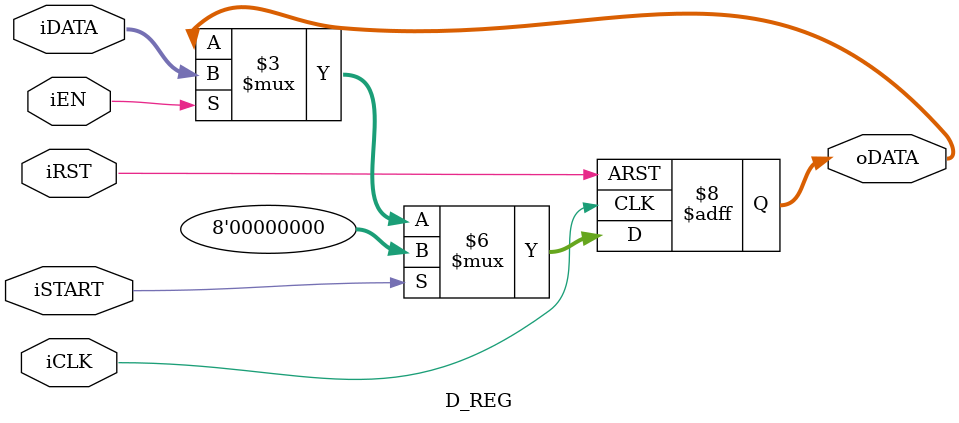
<source format=v>
`timescale 1 ns / 100 ps

module D_REG(
	iRST, 
	iCLK, 
	iEN, 
	iSTART, 
	iDATA, 
	oDATA
);
    
parameter WL = 8;

input				iRST;
input				iCLK;
input				iEN;
input				iSTART;
input	[WL-1:0]	iDATA;
output	[WL-1:0] 	oDATA;
reg 	[WL-1:0] 	oDATA;

always @(posedge iCLK or posedge iRST)
begin
	if (iRST)	begin
		 oDATA  <= #1 0;
	end
	else if (iSTART)	begin
		 oDATA  <= #1 0;
	end
	else if (iEN)	begin
		oDATA	<= #1 iDATA;	
	end
	else	begin
		oDATA	<= #1 oDATA;	
	end
end
endmodule


</source>
